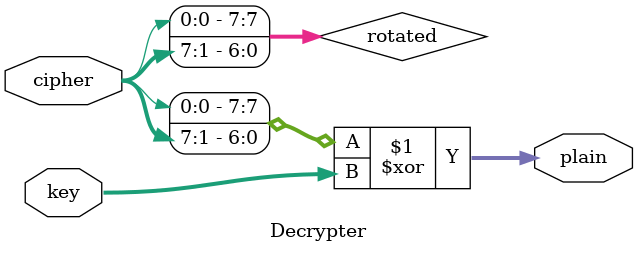
<source format=v>
module Decrypter(
    input  [7:0] cipher,
    input  [7:0] key,
    output [7:0] plain
);
    wire [7:0] rotated;
    assign rotated = {cipher[0], cipher[7:1]};  // Rotate right by 1
    assign plain = rotated ^ key;
endmodule
</source>
